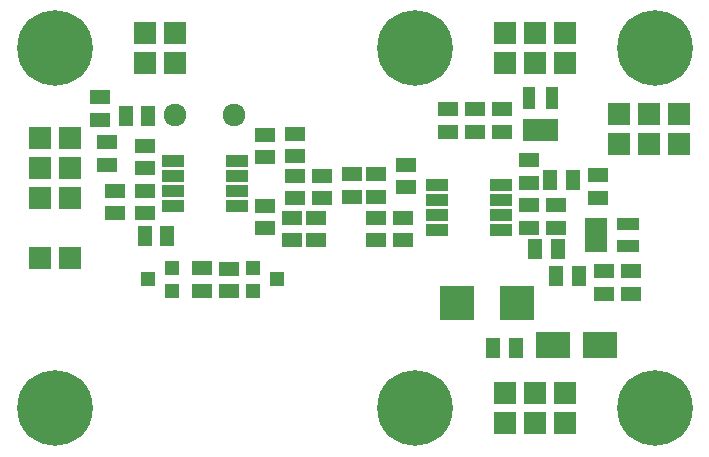
<source format=gbr>
G04 #@! TF.GenerationSoftware,KiCad,Pcbnew,(2018-02-10 revision a04965c36)-makepkg*
G04 #@! TF.CreationDate,2018-07-08T19:23:27+02:00*
G04 #@! TF.ProjectId,PCRD04A,504352443034412E6B696361645F7063,REV*
G04 #@! TF.SameCoordinates,Original*
G04 #@! TF.FileFunction,Soldermask,Bot*
G04 #@! TF.FilePolarity,Negative*
%FSLAX46Y46*%
G04 Gerber Fmt 4.6, Leading zero omitted, Abs format (unit mm)*
G04 Created by KiCad (PCBNEW (2018-02-10 revision a04965c36)-makepkg) date 07/08/18 19:23:27*
%MOMM*%
%LPD*%
G01*
G04 APERTURE LIST*
%ADD10C,1.924000*%
%ADD11R,2.950160X2.899360*%
%ADD12R,1.797000X1.289000*%
%ADD13R,1.289000X1.797000*%
%ADD14R,2.899360X2.200860*%
%ADD15R,1.924000X1.924000*%
%ADD16C,6.400000*%
%ADD17R,1.950000X1.000000*%
%ADD18R,1.050000X1.960000*%
%ADD19R,1.960000X1.050000*%
%ADD20R,1.300000X1.200000*%
G04 APERTURE END LIST*
D10*
X15280000Y29885000D03*
X20280000Y29885000D03*
D11*
X39131240Y13970000D03*
X44180760Y13970000D03*
D12*
X12700000Y27305000D03*
X12700000Y25400000D03*
D13*
X42227500Y10160000D03*
X44132500Y10160000D03*
D12*
X12700000Y23495000D03*
X12700000Y21590000D03*
X27178000Y21209000D03*
X27178000Y19304000D03*
X47498000Y20383500D03*
X47498000Y22288500D03*
X40640000Y30416500D03*
X40640000Y28511500D03*
X51562000Y16700500D03*
X51562000Y14795500D03*
D13*
X14605000Y19685000D03*
X12700000Y19685000D03*
D12*
X25146000Y19304000D03*
X25146000Y21209000D03*
X45212000Y22288500D03*
X45212000Y20383500D03*
X42926000Y28511500D03*
X42926000Y30416500D03*
X53848000Y14795500D03*
X53848000Y16700500D03*
X27686000Y22860000D03*
X27686000Y24765000D03*
X30226000Y24892000D03*
X30226000Y22987000D03*
X34798000Y23812500D03*
X34798000Y25717500D03*
X34544000Y19304000D03*
X34544000Y21209000D03*
X45212000Y24193500D03*
X45212000Y26098500D03*
D14*
X51274980Y10414000D03*
X47277020Y10414000D03*
D15*
X43180000Y3810000D03*
X43180000Y6350000D03*
X45720000Y3810000D03*
X45720000Y6350000D03*
X48260000Y3810000D03*
X48260000Y6350000D03*
X52832000Y29972000D03*
X52832000Y27432000D03*
X55372000Y27432000D03*
X55372000Y29972000D03*
X57912000Y29972000D03*
X57912000Y27432000D03*
X48260000Y36830000D03*
X48260000Y34290000D03*
X45720000Y34290000D03*
X45720000Y36830000D03*
X43180000Y34290000D03*
X43180000Y36830000D03*
D16*
X5080000Y35560000D03*
X55880000Y35560000D03*
X55880000Y5080000D03*
X5080000Y5080000D03*
D12*
X9525000Y25717500D03*
X9525000Y27622500D03*
X22860000Y20320000D03*
X22860000Y22225000D03*
D13*
X45783500Y18542000D03*
X47688500Y18542000D03*
D12*
X38354000Y28511500D03*
X38354000Y30416500D03*
D13*
X47561500Y16256000D03*
X49466500Y16256000D03*
D12*
X10160000Y21590000D03*
X10160000Y23495000D03*
X22860000Y26352500D03*
X22860000Y28257500D03*
X25400000Y28321000D03*
X25400000Y26416000D03*
X25400000Y24765000D03*
X25400000Y22860000D03*
X32258000Y24892000D03*
X32258000Y22987000D03*
X32258000Y21209000D03*
X32258000Y19304000D03*
X51054000Y22923500D03*
X51054000Y24828500D03*
D13*
X48958500Y24384000D03*
X47053500Y24384000D03*
D17*
X20480000Y22225000D03*
X20480000Y23495000D03*
X20480000Y24765000D03*
X20480000Y26035000D03*
X15080000Y26035000D03*
X15080000Y24765000D03*
X15080000Y23495000D03*
X15080000Y22225000D03*
X37432000Y20193000D03*
X37432000Y21463000D03*
X37432000Y22733000D03*
X37432000Y24003000D03*
X42832000Y24003000D03*
X42832000Y22733000D03*
X42832000Y21463000D03*
X42832000Y20193000D03*
D18*
X47178000Y28622000D03*
X46228000Y28622000D03*
X45278000Y28622000D03*
X45278000Y31322000D03*
X47178000Y31322000D03*
D19*
X53594000Y18796000D03*
X53594000Y20696000D03*
X50894000Y20696000D03*
X50894000Y19746000D03*
X50894000Y18796000D03*
D12*
X8890000Y29527500D03*
X8890000Y31432500D03*
X17526000Y16954500D03*
X17526000Y15049500D03*
D13*
X13017500Y29845000D03*
X11112500Y29845000D03*
D12*
X19812000Y14986000D03*
X19812000Y16891000D03*
D20*
X23876000Y16002000D03*
X21876000Y16952000D03*
X21876000Y15052000D03*
X14970000Y16952000D03*
X14970000Y15052000D03*
X12970000Y16002000D03*
D15*
X3810000Y27940000D03*
X6350000Y27940000D03*
X3810000Y25400000D03*
X6350000Y25400000D03*
X3810000Y22860000D03*
X6350000Y22860000D03*
X6350000Y17780000D03*
X3810000Y17780000D03*
D16*
X35560000Y35560000D03*
X35560000Y5080000D03*
D15*
X12700000Y36830000D03*
X15240000Y36830000D03*
X12700000Y34290000D03*
X15240000Y34290000D03*
M02*

</source>
